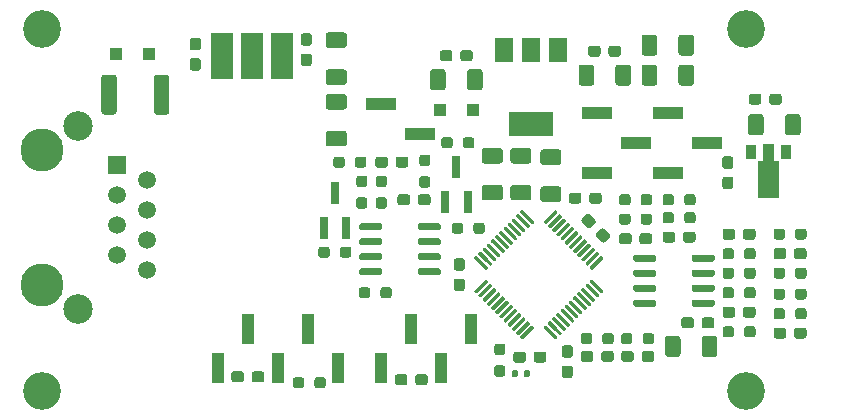
<source format=gts>
G04 #@! TF.GenerationSoftware,KiCad,Pcbnew,5.1.9*
G04 #@! TF.CreationDate,2021-04-12T05:07:17-03:00*
G04 #@! TF.ProjectId,Controle,436f6e74-726f-46c6-952e-6b696361645f,rev?*
G04 #@! TF.SameCoordinates,Original*
G04 #@! TF.FileFunction,Soldermask,Top*
G04 #@! TF.FilePolarity,Negative*
%FSLAX46Y46*%
G04 Gerber Fmt 4.6, Leading zero omitted, Abs format (unit mm)*
G04 Created by KiCad (PCBNEW 5.1.9) date 2021-04-12 05:07:17*
%MOMM*%
%LPD*%
G01*
G04 APERTURE LIST*
%ADD10C,3.200000*%
%ADD11R,2.510000X1.000000*%
%ADD12R,0.800000X1.900000*%
%ADD13C,0.150000*%
%ADD14R,0.900000X1.300000*%
%ADD15R,1.000000X2.510000*%
%ADD16R,1.100000X1.100000*%
%ADD17R,1.905000X4.000000*%
%ADD18R,3.800000X2.000000*%
%ADD19R,1.500000X2.000000*%
%ADD20C,3.650000*%
%ADD21R,1.500000X1.500000*%
%ADD22C,1.500000*%
%ADD23C,2.500000*%
G04 APERTURE END LIST*
D10*
X128436400Y-85794000D03*
X128423320Y-55143340D03*
G36*
G01*
X160609500Y-65778000D02*
X161084500Y-65778000D01*
G75*
G02*
X161322000Y-66015500I0J-237500D01*
G01*
X161322000Y-66515500D01*
G75*
G02*
X161084500Y-66753000I-237500J0D01*
G01*
X160609500Y-66753000D01*
G75*
G02*
X160372000Y-66515500I0J237500D01*
G01*
X160372000Y-66015500D01*
G75*
G02*
X160609500Y-65778000I237500J0D01*
G01*
G37*
G36*
G01*
X160609500Y-67603000D02*
X161084500Y-67603000D01*
G75*
G02*
X161322000Y-67840500I0J-237500D01*
G01*
X161322000Y-68340500D01*
G75*
G02*
X161084500Y-68578000I-237500J0D01*
G01*
X160609500Y-68578000D01*
G75*
G02*
X160372000Y-68340500I0J237500D01*
G01*
X160372000Y-67840500D01*
G75*
G02*
X160609500Y-67603000I237500J0D01*
G01*
G37*
D11*
X160470000Y-64003000D03*
X157160000Y-61463000D03*
G36*
G01*
X164105000Y-71766500D02*
X164105000Y-72241500D01*
G75*
G02*
X163867500Y-72479000I-237500J0D01*
G01*
X163367500Y-72479000D01*
G75*
G02*
X163130000Y-72241500I0J237500D01*
G01*
X163130000Y-71766500D01*
G75*
G02*
X163367500Y-71529000I237500J0D01*
G01*
X163867500Y-71529000D01*
G75*
G02*
X164105000Y-71766500I0J-237500D01*
G01*
G37*
G36*
G01*
X165930000Y-71766500D02*
X165930000Y-72241500D01*
G75*
G02*
X165692500Y-72479000I-237500J0D01*
G01*
X165192500Y-72479000D01*
G75*
G02*
X164955000Y-72241500I0J237500D01*
G01*
X164955000Y-71766500D01*
G75*
G02*
X165192500Y-71529000I237500J0D01*
G01*
X165692500Y-71529000D01*
G75*
G02*
X165930000Y-71766500I0J-237500D01*
G01*
G37*
G36*
G01*
X163216000Y-64527500D02*
X163216000Y-65002500D01*
G75*
G02*
X162978500Y-65240000I-237500J0D01*
G01*
X162478500Y-65240000D01*
G75*
G02*
X162241000Y-65002500I0J237500D01*
G01*
X162241000Y-64527500D01*
G75*
G02*
X162478500Y-64290000I237500J0D01*
G01*
X162978500Y-64290000D01*
G75*
G02*
X163216000Y-64527500I0J-237500D01*
G01*
G37*
G36*
G01*
X165041000Y-64527500D02*
X165041000Y-65002500D01*
G75*
G02*
X164803500Y-65240000I-237500J0D01*
G01*
X164303500Y-65240000D01*
G75*
G02*
X164066000Y-65002500I0J237500D01*
G01*
X164066000Y-64527500D01*
G75*
G02*
X164303500Y-64290000I237500J0D01*
G01*
X164803500Y-64290000D01*
G75*
G02*
X165041000Y-64527500I0J-237500D01*
G01*
G37*
D12*
X163514000Y-66821000D03*
X164464000Y-69821000D03*
X162564000Y-69821000D03*
D10*
X188012920Y-55119980D03*
G36*
G01*
X180521000Y-58399999D02*
X180521000Y-59700001D01*
G75*
G02*
X180271001Y-59950000I-249999J0D01*
G01*
X179445999Y-59950000D01*
G75*
G02*
X179196000Y-59700001I0J249999D01*
G01*
X179196000Y-58399999D01*
G75*
G02*
X179445999Y-58150000I249999J0D01*
G01*
X180271001Y-58150000D01*
G75*
G02*
X180521000Y-58399999I0J-249999D01*
G01*
G37*
G36*
G01*
X183646000Y-58399999D02*
X183646000Y-59700001D01*
G75*
G02*
X183396001Y-59950000I-249999J0D01*
G01*
X182570999Y-59950000D01*
G75*
G02*
X182321000Y-59700001I0J249999D01*
G01*
X182321000Y-58399999D01*
G75*
G02*
X182570999Y-58150000I249999J0D01*
G01*
X183396001Y-58150000D01*
G75*
G02*
X183646000Y-58399999I0J-249999D01*
G01*
G37*
G36*
G01*
X167212001Y-66532000D02*
X165911999Y-66532000D01*
G75*
G02*
X165662000Y-66282001I0J249999D01*
G01*
X165662000Y-65456999D01*
G75*
G02*
X165911999Y-65207000I249999J0D01*
G01*
X167212001Y-65207000D01*
G75*
G02*
X167462000Y-65456999I0J-249999D01*
G01*
X167462000Y-66282001D01*
G75*
G02*
X167212001Y-66532000I-249999J0D01*
G01*
G37*
G36*
G01*
X167212001Y-69657000D02*
X165911999Y-69657000D01*
G75*
G02*
X165662000Y-69407001I0J249999D01*
G01*
X165662000Y-68581999D01*
G75*
G02*
X165911999Y-68332000I249999J0D01*
G01*
X167212001Y-68332000D01*
G75*
G02*
X167462000Y-68581999I0J-249999D01*
G01*
X167462000Y-69407001D01*
G75*
G02*
X167212001Y-69657000I-249999J0D01*
G01*
G37*
G36*
G01*
X169625001Y-66532000D02*
X168324999Y-66532000D01*
G75*
G02*
X168075000Y-66282001I0J249999D01*
G01*
X168075000Y-65456999D01*
G75*
G02*
X168324999Y-65207000I249999J0D01*
G01*
X169625001Y-65207000D01*
G75*
G02*
X169875000Y-65456999I0J-249999D01*
G01*
X169875000Y-66282001D01*
G75*
G02*
X169625001Y-66532000I-249999J0D01*
G01*
G37*
G36*
G01*
X169625001Y-69657000D02*
X168324999Y-69657000D01*
G75*
G02*
X168075000Y-69407001I0J249999D01*
G01*
X168075000Y-68581999D01*
G75*
G02*
X168324999Y-68332000I249999J0D01*
G01*
X169625001Y-68332000D01*
G75*
G02*
X169875000Y-68581999I0J-249999D01*
G01*
X169875000Y-69407001D01*
G75*
G02*
X169625001Y-69657000I-249999J0D01*
G01*
G37*
G36*
G01*
X182502200Y-81361599D02*
X182502200Y-82661601D01*
G75*
G02*
X182252201Y-82911600I-249999J0D01*
G01*
X181427199Y-82911600D01*
G75*
G02*
X181177200Y-82661601I0J249999D01*
G01*
X181177200Y-81361599D01*
G75*
G02*
X181427199Y-81111600I249999J0D01*
G01*
X182252201Y-81111600D01*
G75*
G02*
X182502200Y-81361599I0J-249999D01*
G01*
G37*
G36*
G01*
X185627200Y-81361599D02*
X185627200Y-82661601D01*
G75*
G02*
X185377201Y-82911600I-249999J0D01*
G01*
X184552199Y-82911600D01*
G75*
G02*
X184302200Y-82661601I0J249999D01*
G01*
X184302200Y-81361599D01*
G75*
G02*
X184552199Y-81111600I249999J0D01*
G01*
X185377201Y-81111600D01*
G75*
G02*
X185627200Y-81361599I0J-249999D01*
G01*
G37*
G36*
G01*
X170864999Y-68459000D02*
X172165001Y-68459000D01*
G75*
G02*
X172415000Y-68708999I0J-249999D01*
G01*
X172415000Y-69534001D01*
G75*
G02*
X172165001Y-69784000I-249999J0D01*
G01*
X170864999Y-69784000D01*
G75*
G02*
X170615000Y-69534001I0J249999D01*
G01*
X170615000Y-68708999D01*
G75*
G02*
X170864999Y-68459000I249999J0D01*
G01*
G37*
G36*
G01*
X170864999Y-65334000D02*
X172165001Y-65334000D01*
G75*
G02*
X172415000Y-65583999I0J-249999D01*
G01*
X172415000Y-66409001D01*
G75*
G02*
X172165001Y-66659000I-249999J0D01*
G01*
X170864999Y-66659000D01*
G75*
G02*
X170615000Y-66409001I0J249999D01*
G01*
X170615000Y-65583999D01*
G75*
G02*
X170864999Y-65334000I249999J0D01*
G01*
G37*
G36*
G01*
X152703999Y-63760000D02*
X154004001Y-63760000D01*
G75*
G02*
X154254000Y-64009999I0J-249999D01*
G01*
X154254000Y-64835001D01*
G75*
G02*
X154004001Y-65085000I-249999J0D01*
G01*
X152703999Y-65085000D01*
G75*
G02*
X152454000Y-64835001I0J249999D01*
G01*
X152454000Y-64009999D01*
G75*
G02*
X152703999Y-63760000I249999J0D01*
G01*
G37*
G36*
G01*
X152703999Y-60635000D02*
X154004001Y-60635000D01*
G75*
G02*
X154254000Y-60884999I0J-249999D01*
G01*
X154254000Y-61710001D01*
G75*
G02*
X154004001Y-61960000I-249999J0D01*
G01*
X152703999Y-61960000D01*
G75*
G02*
X152454000Y-61710001I0J249999D01*
G01*
X152454000Y-60884999D01*
G75*
G02*
X152703999Y-60635000I249999J0D01*
G01*
G37*
G36*
G01*
X154004001Y-56753000D02*
X152703999Y-56753000D01*
G75*
G02*
X152454000Y-56503001I0J249999D01*
G01*
X152454000Y-55677999D01*
G75*
G02*
X152703999Y-55428000I249999J0D01*
G01*
X154004001Y-55428000D01*
G75*
G02*
X154254000Y-55677999I0J-249999D01*
G01*
X154254000Y-56503001D01*
G75*
G02*
X154004001Y-56753000I-249999J0D01*
G01*
G37*
G36*
G01*
X154004001Y-59878000D02*
X152703999Y-59878000D01*
G75*
G02*
X152454000Y-59628001I0J249999D01*
G01*
X152454000Y-58802999D01*
G75*
G02*
X152703999Y-58553000I249999J0D01*
G01*
X154004001Y-58553000D01*
G75*
G02*
X154254000Y-58802999I0J-249999D01*
G01*
X154254000Y-59628001D01*
G75*
G02*
X154004001Y-59878000I-249999J0D01*
G01*
G37*
G36*
G01*
X162614000Y-58780999D02*
X162614000Y-60081001D01*
G75*
G02*
X162364001Y-60331000I-249999J0D01*
G01*
X161538999Y-60331000D01*
G75*
G02*
X161289000Y-60081001I0J249999D01*
G01*
X161289000Y-58780999D01*
G75*
G02*
X161538999Y-58531000I249999J0D01*
G01*
X162364001Y-58531000D01*
G75*
G02*
X162614000Y-58780999I0J-249999D01*
G01*
G37*
G36*
G01*
X165739000Y-58780999D02*
X165739000Y-60081001D01*
G75*
G02*
X165489001Y-60331000I-249999J0D01*
G01*
X164663999Y-60331000D01*
G75*
G02*
X164414000Y-60081001I0J249999D01*
G01*
X164414000Y-58780999D01*
G75*
G02*
X164663999Y-58531000I249999J0D01*
G01*
X165489001Y-58531000D01*
G75*
G02*
X165739000Y-58780999I0J-249999D01*
G01*
G37*
G36*
G01*
X175187000Y-58399999D02*
X175187000Y-59700001D01*
G75*
G02*
X174937001Y-59950000I-249999J0D01*
G01*
X174111999Y-59950000D01*
G75*
G02*
X173862000Y-59700001I0J249999D01*
G01*
X173862000Y-58399999D01*
G75*
G02*
X174111999Y-58150000I249999J0D01*
G01*
X174937001Y-58150000D01*
G75*
G02*
X175187000Y-58399999I0J-249999D01*
G01*
G37*
G36*
G01*
X178312000Y-58399999D02*
X178312000Y-59700001D01*
G75*
G02*
X178062001Y-59950000I-249999J0D01*
G01*
X177236999Y-59950000D01*
G75*
G02*
X176987000Y-59700001I0J249999D01*
G01*
X176987000Y-58399999D01*
G75*
G02*
X177236999Y-58150000I249999J0D01*
G01*
X178062001Y-58150000D01*
G75*
G02*
X178312000Y-58399999I0J-249999D01*
G01*
G37*
G36*
G01*
X189538000Y-62590999D02*
X189538000Y-63891001D01*
G75*
G02*
X189288001Y-64141000I-249999J0D01*
G01*
X188462999Y-64141000D01*
G75*
G02*
X188213000Y-63891001I0J249999D01*
G01*
X188213000Y-62590999D01*
G75*
G02*
X188462999Y-62341000I249999J0D01*
G01*
X189288001Y-62341000D01*
G75*
G02*
X189538000Y-62590999I0J-249999D01*
G01*
G37*
G36*
G01*
X192663000Y-62590999D02*
X192663000Y-63891001D01*
G75*
G02*
X192413001Y-64141000I-249999J0D01*
G01*
X191587999Y-64141000D01*
G75*
G02*
X191338000Y-63891001I0J249999D01*
G01*
X191338000Y-62590999D01*
G75*
G02*
X191587999Y-62341000I249999J0D01*
G01*
X192413001Y-62341000D01*
G75*
G02*
X192663000Y-62590999I0J-249999D01*
G01*
G37*
G36*
G01*
X180521000Y-55859999D02*
X180521000Y-57160001D01*
G75*
G02*
X180271001Y-57410000I-249999J0D01*
G01*
X179445999Y-57410000D01*
G75*
G02*
X179196000Y-57160001I0J249999D01*
G01*
X179196000Y-55859999D01*
G75*
G02*
X179445999Y-55610000I249999J0D01*
G01*
X180271001Y-55610000D01*
G75*
G02*
X180521000Y-55859999I0J-249999D01*
G01*
G37*
G36*
G01*
X183646000Y-55859999D02*
X183646000Y-57160001D01*
G75*
G02*
X183396001Y-57410000I-249999J0D01*
G01*
X182570999Y-57410000D01*
G75*
G02*
X182321000Y-57160001I0J249999D01*
G01*
X182321000Y-55859999D01*
G75*
G02*
X182570999Y-55610000I249999J0D01*
G01*
X183396001Y-55610000D01*
G75*
G02*
X183646000Y-55859999I0J-249999D01*
G01*
G37*
D13*
G36*
X189063500Y-69478000D02*
G01*
X189063500Y-66353000D01*
X189480000Y-66353000D01*
X189480000Y-64878000D01*
X190380000Y-64878000D01*
X190380000Y-66353000D01*
X190796500Y-66353000D01*
X190796500Y-69478000D01*
X189063500Y-69478000D01*
G37*
D14*
X188430000Y-65528000D03*
X191430000Y-65528000D03*
D15*
X143321000Y-83819000D03*
X148401000Y-83819000D03*
X153481000Y-83819000D03*
X145861000Y-80509000D03*
X150941000Y-80509000D03*
D16*
X162114000Y-61971000D03*
X164914000Y-61971000D03*
G36*
G01*
X134761000Y-59251000D02*
X134761000Y-62151000D01*
G75*
G02*
X134511000Y-62401000I-250000J0D01*
G01*
X133711000Y-62401000D01*
G75*
G02*
X133461000Y-62151000I0J250000D01*
G01*
X133461000Y-59251000D01*
G75*
G02*
X133711000Y-59001000I250000J0D01*
G01*
X134511000Y-59001000D01*
G75*
G02*
X134761000Y-59251000I0J-250000D01*
G01*
G37*
G36*
G01*
X139211000Y-59251000D02*
X139211000Y-62151000D01*
G75*
G02*
X138961000Y-62401000I-250000J0D01*
G01*
X138161000Y-62401000D01*
G75*
G02*
X137911000Y-62151000I0J250000D01*
G01*
X137911000Y-59251000D01*
G75*
G02*
X138161000Y-59001000I250000J0D01*
G01*
X138961000Y-59001000D01*
G75*
G02*
X139211000Y-59251000I0J-250000D01*
G01*
G37*
D10*
X188025000Y-85769980D03*
G36*
G01*
X180429000Y-78204000D02*
X180429000Y-78504000D01*
G75*
G02*
X180279000Y-78654000I-150000J0D01*
G01*
X178629000Y-78654000D01*
G75*
G02*
X178479000Y-78504000I0J150000D01*
G01*
X178479000Y-78204000D01*
G75*
G02*
X178629000Y-78054000I150000J0D01*
G01*
X180279000Y-78054000D01*
G75*
G02*
X180429000Y-78204000I0J-150000D01*
G01*
G37*
G36*
G01*
X180429000Y-76934000D02*
X180429000Y-77234000D01*
G75*
G02*
X180279000Y-77384000I-150000J0D01*
G01*
X178629000Y-77384000D01*
G75*
G02*
X178479000Y-77234000I0J150000D01*
G01*
X178479000Y-76934000D01*
G75*
G02*
X178629000Y-76784000I150000J0D01*
G01*
X180279000Y-76784000D01*
G75*
G02*
X180429000Y-76934000I0J-150000D01*
G01*
G37*
G36*
G01*
X180429000Y-75664000D02*
X180429000Y-75964000D01*
G75*
G02*
X180279000Y-76114000I-150000J0D01*
G01*
X178629000Y-76114000D01*
G75*
G02*
X178479000Y-75964000I0J150000D01*
G01*
X178479000Y-75664000D01*
G75*
G02*
X178629000Y-75514000I150000J0D01*
G01*
X180279000Y-75514000D01*
G75*
G02*
X180429000Y-75664000I0J-150000D01*
G01*
G37*
G36*
G01*
X180429000Y-74394000D02*
X180429000Y-74694000D01*
G75*
G02*
X180279000Y-74844000I-150000J0D01*
G01*
X178629000Y-74844000D01*
G75*
G02*
X178479000Y-74694000I0J150000D01*
G01*
X178479000Y-74394000D01*
G75*
G02*
X178629000Y-74244000I150000J0D01*
G01*
X180279000Y-74244000D01*
G75*
G02*
X180429000Y-74394000I0J-150000D01*
G01*
G37*
G36*
G01*
X185379000Y-74394000D02*
X185379000Y-74694000D01*
G75*
G02*
X185229000Y-74844000I-150000J0D01*
G01*
X183579000Y-74844000D01*
G75*
G02*
X183429000Y-74694000I0J150000D01*
G01*
X183429000Y-74394000D01*
G75*
G02*
X183579000Y-74244000I150000J0D01*
G01*
X185229000Y-74244000D01*
G75*
G02*
X185379000Y-74394000I0J-150000D01*
G01*
G37*
G36*
G01*
X185379000Y-75664000D02*
X185379000Y-75964000D01*
G75*
G02*
X185229000Y-76114000I-150000J0D01*
G01*
X183579000Y-76114000D01*
G75*
G02*
X183429000Y-75964000I0J150000D01*
G01*
X183429000Y-75664000D01*
G75*
G02*
X183579000Y-75514000I150000J0D01*
G01*
X185229000Y-75514000D01*
G75*
G02*
X185379000Y-75664000I0J-150000D01*
G01*
G37*
G36*
G01*
X185379000Y-76934000D02*
X185379000Y-77234000D01*
G75*
G02*
X185229000Y-77384000I-150000J0D01*
G01*
X183579000Y-77384000D01*
G75*
G02*
X183429000Y-77234000I0J150000D01*
G01*
X183429000Y-76934000D01*
G75*
G02*
X183579000Y-76784000I150000J0D01*
G01*
X185229000Y-76784000D01*
G75*
G02*
X185379000Y-76934000I0J-150000D01*
G01*
G37*
G36*
G01*
X185379000Y-78204000D02*
X185379000Y-78504000D01*
G75*
G02*
X185229000Y-78654000I-150000J0D01*
G01*
X183579000Y-78654000D01*
G75*
G02*
X183429000Y-78504000I0J150000D01*
G01*
X183429000Y-78204000D01*
G75*
G02*
X183579000Y-78054000I150000J0D01*
G01*
X185229000Y-78054000D01*
G75*
G02*
X185379000Y-78204000I0J-150000D01*
G01*
G37*
G36*
G01*
X175097000Y-82623500D02*
X175097000Y-83098500D01*
G75*
G02*
X174859500Y-83336000I-237500J0D01*
G01*
X174284500Y-83336000D01*
G75*
G02*
X174047000Y-83098500I0J237500D01*
G01*
X174047000Y-82623500D01*
G75*
G02*
X174284500Y-82386000I237500J0D01*
G01*
X174859500Y-82386000D01*
G75*
G02*
X175097000Y-82623500I0J-237500D01*
G01*
G37*
G36*
G01*
X176847000Y-82623500D02*
X176847000Y-83098500D01*
G75*
G02*
X176609500Y-83336000I-237500J0D01*
G01*
X176034500Y-83336000D01*
G75*
G02*
X175797000Y-83098500I0J237500D01*
G01*
X175797000Y-82623500D01*
G75*
G02*
X176034500Y-82386000I237500J0D01*
G01*
X176609500Y-82386000D01*
G75*
G02*
X176847000Y-82623500I0J-237500D01*
G01*
G37*
G36*
G01*
X175872000Y-81588700D02*
X175872000Y-81113700D01*
G75*
G02*
X176109500Y-80876200I237500J0D01*
G01*
X176609500Y-80876200D01*
G75*
G02*
X176847000Y-81113700I0J-237500D01*
G01*
X176847000Y-81588700D01*
G75*
G02*
X176609500Y-81826200I-237500J0D01*
G01*
X176109500Y-81826200D01*
G75*
G02*
X175872000Y-81588700I0J237500D01*
G01*
G37*
G36*
G01*
X174047000Y-81588700D02*
X174047000Y-81113700D01*
G75*
G02*
X174284500Y-80876200I237500J0D01*
G01*
X174784500Y-80876200D01*
G75*
G02*
X175022000Y-81113700I0J-237500D01*
G01*
X175022000Y-81588700D01*
G75*
G02*
X174784500Y-81826200I-237500J0D01*
G01*
X174284500Y-81826200D01*
G75*
G02*
X174047000Y-81588700I0J237500D01*
G01*
G37*
G36*
G01*
X170074736Y-80466484D02*
X169137820Y-81403400D01*
G75*
G02*
X169031754Y-81403400I-53033J53033D01*
G01*
X168925688Y-81297334D01*
G75*
G02*
X168925688Y-81191268I53033J53033D01*
G01*
X169862604Y-80254352D01*
G75*
G02*
X169968670Y-80254352I53033J-53033D01*
G01*
X170074736Y-80360418D01*
G75*
G02*
X170074736Y-80466484I-53033J-53033D01*
G01*
G37*
G36*
G01*
X169721182Y-80112930D02*
X168784266Y-81049846D01*
G75*
G02*
X168678200Y-81049846I-53033J53033D01*
G01*
X168572134Y-80943780D01*
G75*
G02*
X168572134Y-80837714I53033J53033D01*
G01*
X169509050Y-79900798D01*
G75*
G02*
X169615116Y-79900798I53033J-53033D01*
G01*
X169721182Y-80006864D01*
G75*
G02*
X169721182Y-80112930I-53033J-53033D01*
G01*
G37*
G36*
G01*
X169367629Y-79759377D02*
X168430713Y-80696293D01*
G75*
G02*
X168324647Y-80696293I-53033J53033D01*
G01*
X168218581Y-80590227D01*
G75*
G02*
X168218581Y-80484161I53033J53033D01*
G01*
X169155497Y-79547245D01*
G75*
G02*
X169261563Y-79547245I53033J-53033D01*
G01*
X169367629Y-79653311D01*
G75*
G02*
X169367629Y-79759377I-53033J-53033D01*
G01*
G37*
G36*
G01*
X169014075Y-79405823D02*
X168077159Y-80342739D01*
G75*
G02*
X167971093Y-80342739I-53033J53033D01*
G01*
X167865027Y-80236673D01*
G75*
G02*
X167865027Y-80130607I53033J53033D01*
G01*
X168801943Y-79193691D01*
G75*
G02*
X168908009Y-79193691I53033J-53033D01*
G01*
X169014075Y-79299757D01*
G75*
G02*
X169014075Y-79405823I-53033J-53033D01*
G01*
G37*
G36*
G01*
X168660522Y-79052270D02*
X167723606Y-79989186D01*
G75*
G02*
X167617540Y-79989186I-53033J53033D01*
G01*
X167511474Y-79883120D01*
G75*
G02*
X167511474Y-79777054I53033J53033D01*
G01*
X168448390Y-78840138D01*
G75*
G02*
X168554456Y-78840138I53033J-53033D01*
G01*
X168660522Y-78946204D01*
G75*
G02*
X168660522Y-79052270I-53033J-53033D01*
G01*
G37*
G36*
G01*
X168306969Y-78698717D02*
X167370053Y-79635633D01*
G75*
G02*
X167263987Y-79635633I-53033J53033D01*
G01*
X167157921Y-79529567D01*
G75*
G02*
X167157921Y-79423501I53033J53033D01*
G01*
X168094837Y-78486585D01*
G75*
G02*
X168200903Y-78486585I53033J-53033D01*
G01*
X168306969Y-78592651D01*
G75*
G02*
X168306969Y-78698717I-53033J-53033D01*
G01*
G37*
G36*
G01*
X167953415Y-78345163D02*
X167016499Y-79282079D01*
G75*
G02*
X166910433Y-79282079I-53033J53033D01*
G01*
X166804367Y-79176013D01*
G75*
G02*
X166804367Y-79069947I53033J53033D01*
G01*
X167741283Y-78133031D01*
G75*
G02*
X167847349Y-78133031I53033J-53033D01*
G01*
X167953415Y-78239097D01*
G75*
G02*
X167953415Y-78345163I-53033J-53033D01*
G01*
G37*
G36*
G01*
X167599862Y-77991610D02*
X166662946Y-78928526D01*
G75*
G02*
X166556880Y-78928526I-53033J53033D01*
G01*
X166450814Y-78822460D01*
G75*
G02*
X166450814Y-78716394I53033J53033D01*
G01*
X167387730Y-77779478D01*
G75*
G02*
X167493796Y-77779478I53033J-53033D01*
G01*
X167599862Y-77885544D01*
G75*
G02*
X167599862Y-77991610I-53033J-53033D01*
G01*
G37*
G36*
G01*
X167246309Y-77638057D02*
X166309393Y-78574973D01*
G75*
G02*
X166203327Y-78574973I-53033J53033D01*
G01*
X166097261Y-78468907D01*
G75*
G02*
X166097261Y-78362841I53033J53033D01*
G01*
X167034177Y-77425925D01*
G75*
G02*
X167140243Y-77425925I53033J-53033D01*
G01*
X167246309Y-77531991D01*
G75*
G02*
X167246309Y-77638057I-53033J-53033D01*
G01*
G37*
G36*
G01*
X166892755Y-77284503D02*
X165955839Y-78221419D01*
G75*
G02*
X165849773Y-78221419I-53033J53033D01*
G01*
X165743707Y-78115353D01*
G75*
G02*
X165743707Y-78009287I53033J53033D01*
G01*
X166680623Y-77072371D01*
G75*
G02*
X166786689Y-77072371I53033J-53033D01*
G01*
X166892755Y-77178437D01*
G75*
G02*
X166892755Y-77284503I-53033J-53033D01*
G01*
G37*
G36*
G01*
X166539202Y-76930950D02*
X165602286Y-77867866D01*
G75*
G02*
X165496220Y-77867866I-53033J53033D01*
G01*
X165390154Y-77761800D01*
G75*
G02*
X165390154Y-77655734I53033J53033D01*
G01*
X166327070Y-76718818D01*
G75*
G02*
X166433136Y-76718818I53033J-53033D01*
G01*
X166539202Y-76824884D01*
G75*
G02*
X166539202Y-76930950I-53033J-53033D01*
G01*
G37*
G36*
G01*
X166185648Y-76577396D02*
X165248732Y-77514312D01*
G75*
G02*
X165142666Y-77514312I-53033J53033D01*
G01*
X165036600Y-77408246D01*
G75*
G02*
X165036600Y-77302180I53033J53033D01*
G01*
X165973516Y-76365264D01*
G75*
G02*
X166079582Y-76365264I53033J-53033D01*
G01*
X166185648Y-76471330D01*
G75*
G02*
X166185648Y-76577396I-53033J-53033D01*
G01*
G37*
G36*
G01*
X166185648Y-75410670D02*
X166079582Y-75516736D01*
G75*
G02*
X165973516Y-75516736I-53033J53033D01*
G01*
X165036600Y-74579820D01*
G75*
G02*
X165036600Y-74473754I53033J53033D01*
G01*
X165142666Y-74367688D01*
G75*
G02*
X165248732Y-74367688I53033J-53033D01*
G01*
X166185648Y-75304604D01*
G75*
G02*
X166185648Y-75410670I-53033J-53033D01*
G01*
G37*
G36*
G01*
X166539202Y-75057116D02*
X166433136Y-75163182D01*
G75*
G02*
X166327070Y-75163182I-53033J53033D01*
G01*
X165390154Y-74226266D01*
G75*
G02*
X165390154Y-74120200I53033J53033D01*
G01*
X165496220Y-74014134D01*
G75*
G02*
X165602286Y-74014134I53033J-53033D01*
G01*
X166539202Y-74951050D01*
G75*
G02*
X166539202Y-75057116I-53033J-53033D01*
G01*
G37*
G36*
G01*
X166892755Y-74703563D02*
X166786689Y-74809629D01*
G75*
G02*
X166680623Y-74809629I-53033J53033D01*
G01*
X165743707Y-73872713D01*
G75*
G02*
X165743707Y-73766647I53033J53033D01*
G01*
X165849773Y-73660581D01*
G75*
G02*
X165955839Y-73660581I53033J-53033D01*
G01*
X166892755Y-74597497D01*
G75*
G02*
X166892755Y-74703563I-53033J-53033D01*
G01*
G37*
G36*
G01*
X167246309Y-74350009D02*
X167140243Y-74456075D01*
G75*
G02*
X167034177Y-74456075I-53033J53033D01*
G01*
X166097261Y-73519159D01*
G75*
G02*
X166097261Y-73413093I53033J53033D01*
G01*
X166203327Y-73307027D01*
G75*
G02*
X166309393Y-73307027I53033J-53033D01*
G01*
X167246309Y-74243943D01*
G75*
G02*
X167246309Y-74350009I-53033J-53033D01*
G01*
G37*
G36*
G01*
X167599862Y-73996456D02*
X167493796Y-74102522D01*
G75*
G02*
X167387730Y-74102522I-53033J53033D01*
G01*
X166450814Y-73165606D01*
G75*
G02*
X166450814Y-73059540I53033J53033D01*
G01*
X166556880Y-72953474D01*
G75*
G02*
X166662946Y-72953474I53033J-53033D01*
G01*
X167599862Y-73890390D01*
G75*
G02*
X167599862Y-73996456I-53033J-53033D01*
G01*
G37*
G36*
G01*
X167953415Y-73642903D02*
X167847349Y-73748969D01*
G75*
G02*
X167741283Y-73748969I-53033J53033D01*
G01*
X166804367Y-72812053D01*
G75*
G02*
X166804367Y-72705987I53033J53033D01*
G01*
X166910433Y-72599921D01*
G75*
G02*
X167016499Y-72599921I53033J-53033D01*
G01*
X167953415Y-73536837D01*
G75*
G02*
X167953415Y-73642903I-53033J-53033D01*
G01*
G37*
G36*
G01*
X168306969Y-73289349D02*
X168200903Y-73395415D01*
G75*
G02*
X168094837Y-73395415I-53033J53033D01*
G01*
X167157921Y-72458499D01*
G75*
G02*
X167157921Y-72352433I53033J53033D01*
G01*
X167263987Y-72246367D01*
G75*
G02*
X167370053Y-72246367I53033J-53033D01*
G01*
X168306969Y-73183283D01*
G75*
G02*
X168306969Y-73289349I-53033J-53033D01*
G01*
G37*
G36*
G01*
X168660522Y-72935796D02*
X168554456Y-73041862D01*
G75*
G02*
X168448390Y-73041862I-53033J53033D01*
G01*
X167511474Y-72104946D01*
G75*
G02*
X167511474Y-71998880I53033J53033D01*
G01*
X167617540Y-71892814D01*
G75*
G02*
X167723606Y-71892814I53033J-53033D01*
G01*
X168660522Y-72829730D01*
G75*
G02*
X168660522Y-72935796I-53033J-53033D01*
G01*
G37*
G36*
G01*
X169014075Y-72582243D02*
X168908009Y-72688309D01*
G75*
G02*
X168801943Y-72688309I-53033J53033D01*
G01*
X167865027Y-71751393D01*
G75*
G02*
X167865027Y-71645327I53033J53033D01*
G01*
X167971093Y-71539261D01*
G75*
G02*
X168077159Y-71539261I53033J-53033D01*
G01*
X169014075Y-72476177D01*
G75*
G02*
X169014075Y-72582243I-53033J-53033D01*
G01*
G37*
G36*
G01*
X169367629Y-72228689D02*
X169261563Y-72334755D01*
G75*
G02*
X169155497Y-72334755I-53033J53033D01*
G01*
X168218581Y-71397839D01*
G75*
G02*
X168218581Y-71291773I53033J53033D01*
G01*
X168324647Y-71185707D01*
G75*
G02*
X168430713Y-71185707I53033J-53033D01*
G01*
X169367629Y-72122623D01*
G75*
G02*
X169367629Y-72228689I-53033J-53033D01*
G01*
G37*
G36*
G01*
X169721182Y-71875136D02*
X169615116Y-71981202D01*
G75*
G02*
X169509050Y-71981202I-53033J53033D01*
G01*
X168572134Y-71044286D01*
G75*
G02*
X168572134Y-70938220I53033J53033D01*
G01*
X168678200Y-70832154D01*
G75*
G02*
X168784266Y-70832154I53033J-53033D01*
G01*
X169721182Y-71769070D01*
G75*
G02*
X169721182Y-71875136I-53033J-53033D01*
G01*
G37*
G36*
G01*
X170074736Y-71521582D02*
X169968670Y-71627648D01*
G75*
G02*
X169862604Y-71627648I-53033J53033D01*
G01*
X168925688Y-70690732D01*
G75*
G02*
X168925688Y-70584666I53033J53033D01*
G01*
X169031754Y-70478600D01*
G75*
G02*
X169137820Y-70478600I53033J-53033D01*
G01*
X170074736Y-71415516D01*
G75*
G02*
X170074736Y-71521582I-53033J-53033D01*
G01*
G37*
G36*
G01*
X172072312Y-70690732D02*
X171135396Y-71627648D01*
G75*
G02*
X171029330Y-71627648I-53033J53033D01*
G01*
X170923264Y-71521582D01*
G75*
G02*
X170923264Y-71415516I53033J53033D01*
G01*
X171860180Y-70478600D01*
G75*
G02*
X171966246Y-70478600I53033J-53033D01*
G01*
X172072312Y-70584666D01*
G75*
G02*
X172072312Y-70690732I-53033J-53033D01*
G01*
G37*
G36*
G01*
X172425866Y-71044286D02*
X171488950Y-71981202D01*
G75*
G02*
X171382884Y-71981202I-53033J53033D01*
G01*
X171276818Y-71875136D01*
G75*
G02*
X171276818Y-71769070I53033J53033D01*
G01*
X172213734Y-70832154D01*
G75*
G02*
X172319800Y-70832154I53033J-53033D01*
G01*
X172425866Y-70938220D01*
G75*
G02*
X172425866Y-71044286I-53033J-53033D01*
G01*
G37*
G36*
G01*
X172779419Y-71397839D02*
X171842503Y-72334755D01*
G75*
G02*
X171736437Y-72334755I-53033J53033D01*
G01*
X171630371Y-72228689D01*
G75*
G02*
X171630371Y-72122623I53033J53033D01*
G01*
X172567287Y-71185707D01*
G75*
G02*
X172673353Y-71185707I53033J-53033D01*
G01*
X172779419Y-71291773D01*
G75*
G02*
X172779419Y-71397839I-53033J-53033D01*
G01*
G37*
G36*
G01*
X173132973Y-71751393D02*
X172196057Y-72688309D01*
G75*
G02*
X172089991Y-72688309I-53033J53033D01*
G01*
X171983925Y-72582243D01*
G75*
G02*
X171983925Y-72476177I53033J53033D01*
G01*
X172920841Y-71539261D01*
G75*
G02*
X173026907Y-71539261I53033J-53033D01*
G01*
X173132973Y-71645327D01*
G75*
G02*
X173132973Y-71751393I-53033J-53033D01*
G01*
G37*
G36*
G01*
X173486526Y-72104946D02*
X172549610Y-73041862D01*
G75*
G02*
X172443544Y-73041862I-53033J53033D01*
G01*
X172337478Y-72935796D01*
G75*
G02*
X172337478Y-72829730I53033J53033D01*
G01*
X173274394Y-71892814D01*
G75*
G02*
X173380460Y-71892814I53033J-53033D01*
G01*
X173486526Y-71998880D01*
G75*
G02*
X173486526Y-72104946I-53033J-53033D01*
G01*
G37*
G36*
G01*
X173840079Y-72458499D02*
X172903163Y-73395415D01*
G75*
G02*
X172797097Y-73395415I-53033J53033D01*
G01*
X172691031Y-73289349D01*
G75*
G02*
X172691031Y-73183283I53033J53033D01*
G01*
X173627947Y-72246367D01*
G75*
G02*
X173734013Y-72246367I53033J-53033D01*
G01*
X173840079Y-72352433D01*
G75*
G02*
X173840079Y-72458499I-53033J-53033D01*
G01*
G37*
G36*
G01*
X174193633Y-72812053D02*
X173256717Y-73748969D01*
G75*
G02*
X173150651Y-73748969I-53033J53033D01*
G01*
X173044585Y-73642903D01*
G75*
G02*
X173044585Y-73536837I53033J53033D01*
G01*
X173981501Y-72599921D01*
G75*
G02*
X174087567Y-72599921I53033J-53033D01*
G01*
X174193633Y-72705987D01*
G75*
G02*
X174193633Y-72812053I-53033J-53033D01*
G01*
G37*
G36*
G01*
X174547186Y-73165606D02*
X173610270Y-74102522D01*
G75*
G02*
X173504204Y-74102522I-53033J53033D01*
G01*
X173398138Y-73996456D01*
G75*
G02*
X173398138Y-73890390I53033J53033D01*
G01*
X174335054Y-72953474D01*
G75*
G02*
X174441120Y-72953474I53033J-53033D01*
G01*
X174547186Y-73059540D01*
G75*
G02*
X174547186Y-73165606I-53033J-53033D01*
G01*
G37*
G36*
G01*
X174900739Y-73519159D02*
X173963823Y-74456075D01*
G75*
G02*
X173857757Y-74456075I-53033J53033D01*
G01*
X173751691Y-74350009D01*
G75*
G02*
X173751691Y-74243943I53033J53033D01*
G01*
X174688607Y-73307027D01*
G75*
G02*
X174794673Y-73307027I53033J-53033D01*
G01*
X174900739Y-73413093D01*
G75*
G02*
X174900739Y-73519159I-53033J-53033D01*
G01*
G37*
G36*
G01*
X175254293Y-73872713D02*
X174317377Y-74809629D01*
G75*
G02*
X174211311Y-74809629I-53033J53033D01*
G01*
X174105245Y-74703563D01*
G75*
G02*
X174105245Y-74597497I53033J53033D01*
G01*
X175042161Y-73660581D01*
G75*
G02*
X175148227Y-73660581I53033J-53033D01*
G01*
X175254293Y-73766647D01*
G75*
G02*
X175254293Y-73872713I-53033J-53033D01*
G01*
G37*
G36*
G01*
X175607846Y-74226266D02*
X174670930Y-75163182D01*
G75*
G02*
X174564864Y-75163182I-53033J53033D01*
G01*
X174458798Y-75057116D01*
G75*
G02*
X174458798Y-74951050I53033J53033D01*
G01*
X175395714Y-74014134D01*
G75*
G02*
X175501780Y-74014134I53033J-53033D01*
G01*
X175607846Y-74120200D01*
G75*
G02*
X175607846Y-74226266I-53033J-53033D01*
G01*
G37*
G36*
G01*
X175961400Y-74579820D02*
X175024484Y-75516736D01*
G75*
G02*
X174918418Y-75516736I-53033J53033D01*
G01*
X174812352Y-75410670D01*
G75*
G02*
X174812352Y-75304604I53033J53033D01*
G01*
X175749268Y-74367688D01*
G75*
G02*
X175855334Y-74367688I53033J-53033D01*
G01*
X175961400Y-74473754D01*
G75*
G02*
X175961400Y-74579820I-53033J-53033D01*
G01*
G37*
G36*
G01*
X175961400Y-77408246D02*
X175855334Y-77514312D01*
G75*
G02*
X175749268Y-77514312I-53033J53033D01*
G01*
X174812352Y-76577396D01*
G75*
G02*
X174812352Y-76471330I53033J53033D01*
G01*
X174918418Y-76365264D01*
G75*
G02*
X175024484Y-76365264I53033J-53033D01*
G01*
X175961400Y-77302180D01*
G75*
G02*
X175961400Y-77408246I-53033J-53033D01*
G01*
G37*
G36*
G01*
X175607846Y-77761800D02*
X175501780Y-77867866D01*
G75*
G02*
X175395714Y-77867866I-53033J53033D01*
G01*
X174458798Y-76930950D01*
G75*
G02*
X174458798Y-76824884I53033J53033D01*
G01*
X174564864Y-76718818D01*
G75*
G02*
X174670930Y-76718818I53033J-53033D01*
G01*
X175607846Y-77655734D01*
G75*
G02*
X175607846Y-77761800I-53033J-53033D01*
G01*
G37*
G36*
G01*
X175254293Y-78115353D02*
X175148227Y-78221419D01*
G75*
G02*
X175042161Y-78221419I-53033J53033D01*
G01*
X174105245Y-77284503D01*
G75*
G02*
X174105245Y-77178437I53033J53033D01*
G01*
X174211311Y-77072371D01*
G75*
G02*
X174317377Y-77072371I53033J-53033D01*
G01*
X175254293Y-78009287D01*
G75*
G02*
X175254293Y-78115353I-53033J-53033D01*
G01*
G37*
G36*
G01*
X174900739Y-78468907D02*
X174794673Y-78574973D01*
G75*
G02*
X174688607Y-78574973I-53033J53033D01*
G01*
X173751691Y-77638057D01*
G75*
G02*
X173751691Y-77531991I53033J53033D01*
G01*
X173857757Y-77425925D01*
G75*
G02*
X173963823Y-77425925I53033J-53033D01*
G01*
X174900739Y-78362841D01*
G75*
G02*
X174900739Y-78468907I-53033J-53033D01*
G01*
G37*
G36*
G01*
X174547186Y-78822460D02*
X174441120Y-78928526D01*
G75*
G02*
X174335054Y-78928526I-53033J53033D01*
G01*
X173398138Y-77991610D01*
G75*
G02*
X173398138Y-77885544I53033J53033D01*
G01*
X173504204Y-77779478D01*
G75*
G02*
X173610270Y-77779478I53033J-53033D01*
G01*
X174547186Y-78716394D01*
G75*
G02*
X174547186Y-78822460I-53033J-53033D01*
G01*
G37*
G36*
G01*
X174193633Y-79176013D02*
X174087567Y-79282079D01*
G75*
G02*
X173981501Y-79282079I-53033J53033D01*
G01*
X173044585Y-78345163D01*
G75*
G02*
X173044585Y-78239097I53033J53033D01*
G01*
X173150651Y-78133031D01*
G75*
G02*
X173256717Y-78133031I53033J-53033D01*
G01*
X174193633Y-79069947D01*
G75*
G02*
X174193633Y-79176013I-53033J-53033D01*
G01*
G37*
G36*
G01*
X173840079Y-79529567D02*
X173734013Y-79635633D01*
G75*
G02*
X173627947Y-79635633I-53033J53033D01*
G01*
X172691031Y-78698717D01*
G75*
G02*
X172691031Y-78592651I53033J53033D01*
G01*
X172797097Y-78486585D01*
G75*
G02*
X172903163Y-78486585I53033J-53033D01*
G01*
X173840079Y-79423501D01*
G75*
G02*
X173840079Y-79529567I-53033J-53033D01*
G01*
G37*
G36*
G01*
X173486526Y-79883120D02*
X173380460Y-79989186D01*
G75*
G02*
X173274394Y-79989186I-53033J53033D01*
G01*
X172337478Y-79052270D01*
G75*
G02*
X172337478Y-78946204I53033J53033D01*
G01*
X172443544Y-78840138D01*
G75*
G02*
X172549610Y-78840138I53033J-53033D01*
G01*
X173486526Y-79777054D01*
G75*
G02*
X173486526Y-79883120I-53033J-53033D01*
G01*
G37*
G36*
G01*
X173132973Y-80236673D02*
X173026907Y-80342739D01*
G75*
G02*
X172920841Y-80342739I-53033J53033D01*
G01*
X171983925Y-79405823D01*
G75*
G02*
X171983925Y-79299757I53033J53033D01*
G01*
X172089991Y-79193691D01*
G75*
G02*
X172196057Y-79193691I53033J-53033D01*
G01*
X173132973Y-80130607D01*
G75*
G02*
X173132973Y-80236673I-53033J-53033D01*
G01*
G37*
G36*
G01*
X172779419Y-80590227D02*
X172673353Y-80696293D01*
G75*
G02*
X172567287Y-80696293I-53033J53033D01*
G01*
X171630371Y-79759377D01*
G75*
G02*
X171630371Y-79653311I53033J53033D01*
G01*
X171736437Y-79547245D01*
G75*
G02*
X171842503Y-79547245I53033J-53033D01*
G01*
X172779419Y-80484161D01*
G75*
G02*
X172779419Y-80590227I-53033J-53033D01*
G01*
G37*
G36*
G01*
X172425866Y-80943780D02*
X172319800Y-81049846D01*
G75*
G02*
X172213734Y-81049846I-53033J53033D01*
G01*
X171276818Y-80112930D01*
G75*
G02*
X171276818Y-80006864I53033J53033D01*
G01*
X171382884Y-79900798D01*
G75*
G02*
X171488950Y-79900798I53033J-53033D01*
G01*
X172425866Y-80837714D01*
G75*
G02*
X172425866Y-80943780I-53033J-53033D01*
G01*
G37*
G36*
G01*
X172072312Y-81297334D02*
X171966246Y-81403400D01*
G75*
G02*
X171860180Y-81403400I-53033J53033D01*
G01*
X170923264Y-80466484D01*
G75*
G02*
X170923264Y-80360418I53033J53033D01*
G01*
X171029330Y-80254352D01*
G75*
G02*
X171135396Y-80254352I53033J-53033D01*
G01*
X172072312Y-81191268D01*
G75*
G02*
X172072312Y-81297334I-53033J-53033D01*
G01*
G37*
G36*
G01*
X167434500Y-82755000D02*
X166959500Y-82755000D01*
G75*
G02*
X166722000Y-82517500I0J237500D01*
G01*
X166722000Y-82017500D01*
G75*
G02*
X166959500Y-81780000I237500J0D01*
G01*
X167434500Y-81780000D01*
G75*
G02*
X167672000Y-82017500I0J-237500D01*
G01*
X167672000Y-82517500D01*
G75*
G02*
X167434500Y-82755000I-237500J0D01*
G01*
G37*
G36*
G01*
X167434500Y-84580000D02*
X166959500Y-84580000D01*
G75*
G02*
X166722000Y-84342500I0J237500D01*
G01*
X166722000Y-83842500D01*
G75*
G02*
X166959500Y-83605000I237500J0D01*
G01*
X167434500Y-83605000D01*
G75*
G02*
X167672000Y-83842500I0J-237500D01*
G01*
X167672000Y-84342500D01*
G75*
G02*
X167434500Y-84580000I-237500J0D01*
G01*
G37*
G36*
G01*
X168735000Y-84138000D02*
X168735000Y-84508000D01*
G75*
G02*
X168600000Y-84643000I-135000J0D01*
G01*
X168330000Y-84643000D01*
G75*
G02*
X168195000Y-84508000I0J135000D01*
G01*
X168195000Y-84138000D01*
G75*
G02*
X168330000Y-84003000I135000J0D01*
G01*
X168600000Y-84003000D01*
G75*
G02*
X168735000Y-84138000I0J-135000D01*
G01*
G37*
G36*
G01*
X169755000Y-84138000D02*
X169755000Y-84508000D01*
G75*
G02*
X169620000Y-84643000I-135000J0D01*
G01*
X169350000Y-84643000D01*
G75*
G02*
X169215000Y-84508000I0J135000D01*
G01*
X169215000Y-84138000D01*
G75*
G02*
X169350000Y-84003000I135000J0D01*
G01*
X169620000Y-84003000D01*
G75*
G02*
X169755000Y-84138000I0J-135000D01*
G01*
G37*
D15*
X164784000Y-80509000D03*
X159704000Y-80509000D03*
X162244000Y-83819000D03*
X157164000Y-83819000D03*
G36*
G01*
X160256500Y-69833500D02*
X160256500Y-69358500D01*
G75*
G02*
X160494000Y-69121000I237500J0D01*
G01*
X161094000Y-69121000D01*
G75*
G02*
X161331500Y-69358500I0J-237500D01*
G01*
X161331500Y-69833500D01*
G75*
G02*
X161094000Y-70071000I-237500J0D01*
G01*
X160494000Y-70071000D01*
G75*
G02*
X160256500Y-69833500I0J237500D01*
G01*
G37*
G36*
G01*
X158531500Y-69833500D02*
X158531500Y-69358500D01*
G75*
G02*
X158769000Y-69121000I237500J0D01*
G01*
X159369000Y-69121000D01*
G75*
G02*
X159606500Y-69358500I0J-237500D01*
G01*
X159606500Y-69833500D01*
G75*
G02*
X159369000Y-70071000I-237500J0D01*
G01*
X158769000Y-70071000D01*
G75*
G02*
X158531500Y-69833500I0J237500D01*
G01*
G37*
G36*
G01*
X154922000Y-66653500D02*
X154922000Y-66178500D01*
G75*
G02*
X155159500Y-65941000I237500J0D01*
G01*
X155659500Y-65941000D01*
G75*
G02*
X155897000Y-66178500I0J-237500D01*
G01*
X155897000Y-66653500D01*
G75*
G02*
X155659500Y-66891000I-237500J0D01*
G01*
X155159500Y-66891000D01*
G75*
G02*
X154922000Y-66653500I0J237500D01*
G01*
G37*
G36*
G01*
X153097000Y-66653500D02*
X153097000Y-66178500D01*
G75*
G02*
X153334500Y-65941000I237500J0D01*
G01*
X153834500Y-65941000D01*
G75*
G02*
X154072000Y-66178500I0J-237500D01*
G01*
X154072000Y-66653500D01*
G75*
G02*
X153834500Y-66891000I-237500J0D01*
G01*
X153334500Y-66891000D01*
G75*
G02*
X153097000Y-66653500I0J237500D01*
G01*
G37*
G36*
G01*
X156926500Y-69381000D02*
X157401500Y-69381000D01*
G75*
G02*
X157639000Y-69618500I0J-237500D01*
G01*
X157639000Y-70118500D01*
G75*
G02*
X157401500Y-70356000I-237500J0D01*
G01*
X156926500Y-70356000D01*
G75*
G02*
X156689000Y-70118500I0J237500D01*
G01*
X156689000Y-69618500D01*
G75*
G02*
X156926500Y-69381000I237500J0D01*
G01*
G37*
G36*
G01*
X156926500Y-67556000D02*
X157401500Y-67556000D01*
G75*
G02*
X157639000Y-67793500I0J-237500D01*
G01*
X157639000Y-68293500D01*
G75*
G02*
X157401500Y-68531000I-237500J0D01*
G01*
X156926500Y-68531000D01*
G75*
G02*
X156689000Y-68293500I0J237500D01*
G01*
X156689000Y-67793500D01*
G75*
G02*
X156926500Y-67556000I237500J0D01*
G01*
G37*
G36*
G01*
X155275500Y-69381000D02*
X155750500Y-69381000D01*
G75*
G02*
X155988000Y-69618500I0J-237500D01*
G01*
X155988000Y-70118500D01*
G75*
G02*
X155750500Y-70356000I-237500J0D01*
G01*
X155275500Y-70356000D01*
G75*
G02*
X155038000Y-70118500I0J237500D01*
G01*
X155038000Y-69618500D01*
G75*
G02*
X155275500Y-69381000I237500J0D01*
G01*
G37*
G36*
G01*
X155275500Y-67556000D02*
X155750500Y-67556000D01*
G75*
G02*
X155988000Y-67793500I0J-237500D01*
G01*
X155988000Y-68293500D01*
G75*
G02*
X155750500Y-68531000I-237500J0D01*
G01*
X155275500Y-68531000D01*
G75*
G02*
X155038000Y-68293500I0J237500D01*
G01*
X155038000Y-67793500D01*
G75*
G02*
X155275500Y-67556000I237500J0D01*
G01*
G37*
G36*
G01*
X158378000Y-66653500D02*
X158378000Y-66178500D01*
G75*
G02*
X158615500Y-65941000I237500J0D01*
G01*
X159215500Y-65941000D01*
G75*
G02*
X159453000Y-66178500I0J-237500D01*
G01*
X159453000Y-66653500D01*
G75*
G02*
X159215500Y-66891000I-237500J0D01*
G01*
X158615500Y-66891000D01*
G75*
G02*
X158378000Y-66653500I0J237500D01*
G01*
G37*
G36*
G01*
X156653000Y-66653500D02*
X156653000Y-66178500D01*
G75*
G02*
X156890500Y-65941000I237500J0D01*
G01*
X157490500Y-65941000D01*
G75*
G02*
X157728000Y-66178500I0J-237500D01*
G01*
X157728000Y-66653500D01*
G75*
G02*
X157490500Y-66891000I-237500J0D01*
G01*
X156890500Y-66891000D01*
G75*
G02*
X156653000Y-66653500I0J237500D01*
G01*
G37*
D17*
X148782000Y-57399000D03*
X146242000Y-57399000D03*
X143702000Y-57399000D03*
D18*
X169864000Y-63216000D03*
D19*
X169864000Y-56916000D03*
X167564000Y-56916000D03*
X172164000Y-56916000D03*
D16*
X137482000Y-57272000D03*
X134682000Y-57272000D03*
G36*
G01*
X173149500Y-82982000D02*
X172674500Y-82982000D01*
G75*
G02*
X172437000Y-82744500I0J237500D01*
G01*
X172437000Y-82144500D01*
G75*
G02*
X172674500Y-81907000I237500J0D01*
G01*
X173149500Y-81907000D01*
G75*
G02*
X173387000Y-82144500I0J-237500D01*
G01*
X173387000Y-82744500D01*
G75*
G02*
X173149500Y-82982000I-237500J0D01*
G01*
G37*
G36*
G01*
X173149500Y-84707000D02*
X172674500Y-84707000D01*
G75*
G02*
X172437000Y-84469500I0J237500D01*
G01*
X172437000Y-83869500D01*
G75*
G02*
X172674500Y-83632000I237500J0D01*
G01*
X173149500Y-83632000D01*
G75*
G02*
X173387000Y-83869500I0J-237500D01*
G01*
X173387000Y-84469500D01*
G75*
G02*
X173149500Y-84707000I-237500J0D01*
G01*
G37*
G36*
G01*
X174111000Y-69226500D02*
X174111000Y-69701500D01*
G75*
G02*
X173873500Y-69939000I-237500J0D01*
G01*
X173273500Y-69939000D01*
G75*
G02*
X173036000Y-69701500I0J237500D01*
G01*
X173036000Y-69226500D01*
G75*
G02*
X173273500Y-68989000I237500J0D01*
G01*
X173873500Y-68989000D01*
G75*
G02*
X174111000Y-69226500I0J-237500D01*
G01*
G37*
G36*
G01*
X175836000Y-69226500D02*
X175836000Y-69701500D01*
G75*
G02*
X175598500Y-69939000I-237500J0D01*
G01*
X174998500Y-69939000D01*
G75*
G02*
X174761000Y-69701500I0J237500D01*
G01*
X174761000Y-69226500D01*
G75*
G02*
X174998500Y-68989000I237500J0D01*
G01*
X175598500Y-68989000D01*
G75*
G02*
X175836000Y-69226500I0J-237500D01*
G01*
G37*
G36*
G01*
X163530500Y-76266000D02*
X164005500Y-76266000D01*
G75*
G02*
X164243000Y-76503500I0J-237500D01*
G01*
X164243000Y-77103500D01*
G75*
G02*
X164005500Y-77341000I-237500J0D01*
G01*
X163530500Y-77341000D01*
G75*
G02*
X163293000Y-77103500I0J237500D01*
G01*
X163293000Y-76503500D01*
G75*
G02*
X163530500Y-76266000I237500J0D01*
G01*
G37*
G36*
G01*
X163530500Y-74541000D02*
X164005500Y-74541000D01*
G75*
G02*
X164243000Y-74778500I0J-237500D01*
G01*
X164243000Y-75378500D01*
G75*
G02*
X164005500Y-75616000I-237500J0D01*
G01*
X163530500Y-75616000D01*
G75*
G02*
X163293000Y-75378500I0J237500D01*
G01*
X163293000Y-74778500D01*
G75*
G02*
X163530500Y-74541000I237500J0D01*
G01*
G37*
D11*
X184727000Y-64765000D03*
X181417000Y-67305000D03*
X181417000Y-62225000D03*
X178758000Y-64765000D03*
X175448000Y-67305000D03*
X175448000Y-62225000D03*
G36*
G01*
X170062000Y-83163500D02*
X170062000Y-82688500D01*
G75*
G02*
X170299500Y-82451000I237500J0D01*
G01*
X170899500Y-82451000D01*
G75*
G02*
X171137000Y-82688500I0J-237500D01*
G01*
X171137000Y-83163500D01*
G75*
G02*
X170899500Y-83401000I-237500J0D01*
G01*
X170299500Y-83401000D01*
G75*
G02*
X170062000Y-83163500I0J237500D01*
G01*
G37*
G36*
G01*
X168337000Y-83163500D02*
X168337000Y-82688500D01*
G75*
G02*
X168574500Y-82451000I237500J0D01*
G01*
X169174500Y-82451000D01*
G75*
G02*
X169412000Y-82688500I0J-237500D01*
G01*
X169412000Y-83163500D01*
G75*
G02*
X169174500Y-83401000I-237500J0D01*
G01*
X168574500Y-83401000D01*
G75*
G02*
X168337000Y-83163500I0J237500D01*
G01*
G37*
D20*
X128401000Y-76840000D03*
X128401000Y-65410000D03*
D21*
X134751000Y-66680000D03*
D22*
X137291000Y-67950000D03*
X134751000Y-69220000D03*
X137291000Y-70490000D03*
X134751000Y-71760000D03*
X137291000Y-73030000D03*
X134751000Y-74300000D03*
X137291000Y-75570000D03*
D23*
X131451000Y-63375000D03*
X131451000Y-78875000D03*
G36*
G01*
X183636000Y-79767500D02*
X183636000Y-80242500D01*
G75*
G02*
X183398500Y-80480000I-237500J0D01*
G01*
X182798500Y-80480000D01*
G75*
G02*
X182561000Y-80242500I0J237500D01*
G01*
X182561000Y-79767500D01*
G75*
G02*
X182798500Y-79530000I237500J0D01*
G01*
X183398500Y-79530000D01*
G75*
G02*
X183636000Y-79767500I0J-237500D01*
G01*
G37*
G36*
G01*
X185361000Y-79767500D02*
X185361000Y-80242500D01*
G75*
G02*
X185123500Y-80480000I-237500J0D01*
G01*
X184523500Y-80480000D01*
G75*
G02*
X184286000Y-80242500I0J237500D01*
G01*
X184286000Y-79767500D01*
G75*
G02*
X184523500Y-79530000I237500J0D01*
G01*
X185123500Y-79530000D01*
G75*
G02*
X185361000Y-79767500I0J-237500D01*
G01*
G37*
G36*
G01*
X179117000Y-71474500D02*
X179117000Y-70999500D01*
G75*
G02*
X179354500Y-70762000I237500J0D01*
G01*
X179854500Y-70762000D01*
G75*
G02*
X180092000Y-70999500I0J-237500D01*
G01*
X180092000Y-71474500D01*
G75*
G02*
X179854500Y-71712000I-237500J0D01*
G01*
X179354500Y-71712000D01*
G75*
G02*
X179117000Y-71474500I0J237500D01*
G01*
G37*
G36*
G01*
X177292000Y-71474500D02*
X177292000Y-70999500D01*
G75*
G02*
X177529500Y-70762000I237500J0D01*
G01*
X178029500Y-70762000D01*
G75*
G02*
X178267000Y-70999500I0J-237500D01*
G01*
X178267000Y-71474500D01*
G75*
G02*
X178029500Y-71712000I-237500J0D01*
G01*
X177529500Y-71712000D01*
G75*
G02*
X177292000Y-71474500I0J237500D01*
G01*
G37*
G36*
G01*
X180975000Y-71347500D02*
X180975000Y-70872500D01*
G75*
G02*
X181212500Y-70635000I237500J0D01*
G01*
X181712500Y-70635000D01*
G75*
G02*
X181950000Y-70872500I0J-237500D01*
G01*
X181950000Y-71347500D01*
G75*
G02*
X181712500Y-71585000I-237500J0D01*
G01*
X181212500Y-71585000D01*
G75*
G02*
X180975000Y-71347500I0J237500D01*
G01*
G37*
G36*
G01*
X182800000Y-71347500D02*
X182800000Y-70872500D01*
G75*
G02*
X183037500Y-70635000I237500J0D01*
G01*
X183537500Y-70635000D01*
G75*
G02*
X183775000Y-70872500I0J-237500D01*
G01*
X183775000Y-71347500D01*
G75*
G02*
X183537500Y-71585000I-237500J0D01*
G01*
X183037500Y-71585000D01*
G75*
G02*
X182800000Y-71347500I0J237500D01*
G01*
G37*
G36*
G01*
X192198000Y-79475500D02*
X192198000Y-79000500D01*
G75*
G02*
X192435500Y-78763000I237500J0D01*
G01*
X192935500Y-78763000D01*
G75*
G02*
X193173000Y-79000500I0J-237500D01*
G01*
X193173000Y-79475500D01*
G75*
G02*
X192935500Y-79713000I-237500J0D01*
G01*
X192435500Y-79713000D01*
G75*
G02*
X192198000Y-79475500I0J237500D01*
G01*
G37*
G36*
G01*
X190373000Y-79475500D02*
X190373000Y-79000500D01*
G75*
G02*
X190610500Y-78763000I237500J0D01*
G01*
X191110500Y-78763000D01*
G75*
G02*
X191348000Y-79000500I0J-237500D01*
G01*
X191348000Y-79475500D01*
G75*
G02*
X191110500Y-79713000I-237500J0D01*
G01*
X190610500Y-79713000D01*
G75*
G02*
X190373000Y-79475500I0J237500D01*
G01*
G37*
G36*
G01*
X192198000Y-72744500D02*
X192198000Y-72269500D01*
G75*
G02*
X192435500Y-72032000I237500J0D01*
G01*
X192935500Y-72032000D01*
G75*
G02*
X193173000Y-72269500I0J-237500D01*
G01*
X193173000Y-72744500D01*
G75*
G02*
X192935500Y-72982000I-237500J0D01*
G01*
X192435500Y-72982000D01*
G75*
G02*
X192198000Y-72744500I0J237500D01*
G01*
G37*
G36*
G01*
X190373000Y-72744500D02*
X190373000Y-72269500D01*
G75*
G02*
X190610500Y-72032000I237500J0D01*
G01*
X191110500Y-72032000D01*
G75*
G02*
X191348000Y-72269500I0J-237500D01*
G01*
X191348000Y-72744500D01*
G75*
G02*
X191110500Y-72982000I-237500J0D01*
G01*
X190610500Y-72982000D01*
G75*
G02*
X190373000Y-72744500I0J237500D01*
G01*
G37*
G36*
G01*
X187027000Y-73930500D02*
X187027000Y-74405500D01*
G75*
G02*
X186789500Y-74643000I-237500J0D01*
G01*
X186289500Y-74643000D01*
G75*
G02*
X186052000Y-74405500I0J237500D01*
G01*
X186052000Y-73930500D01*
G75*
G02*
X186289500Y-73693000I237500J0D01*
G01*
X186789500Y-73693000D01*
G75*
G02*
X187027000Y-73930500I0J-237500D01*
G01*
G37*
G36*
G01*
X188852000Y-73930500D02*
X188852000Y-74405500D01*
G75*
G02*
X188614500Y-74643000I-237500J0D01*
G01*
X188114500Y-74643000D01*
G75*
G02*
X187877000Y-74405500I0J237500D01*
G01*
X187877000Y-73930500D01*
G75*
G02*
X188114500Y-73693000I237500J0D01*
G01*
X188614500Y-73693000D01*
G75*
G02*
X188852000Y-73930500I0J-237500D01*
G01*
G37*
G36*
G01*
X187027000Y-80534500D02*
X187027000Y-81009500D01*
G75*
G02*
X186789500Y-81247000I-237500J0D01*
G01*
X186289500Y-81247000D01*
G75*
G02*
X186052000Y-81009500I0J237500D01*
G01*
X186052000Y-80534500D01*
G75*
G02*
X186289500Y-80297000I237500J0D01*
G01*
X186789500Y-80297000D01*
G75*
G02*
X187027000Y-80534500I0J-237500D01*
G01*
G37*
G36*
G01*
X188852000Y-80534500D02*
X188852000Y-81009500D01*
G75*
G02*
X188614500Y-81247000I-237500J0D01*
G01*
X188114500Y-81247000D01*
G75*
G02*
X187877000Y-81009500I0J237500D01*
G01*
X187877000Y-80534500D01*
G75*
G02*
X188114500Y-80297000I237500J0D01*
G01*
X188614500Y-80297000D01*
G75*
G02*
X188852000Y-80534500I0J-237500D01*
G01*
G37*
G36*
G01*
X178267000Y-69353500D02*
X178267000Y-69828500D01*
G75*
G02*
X178029500Y-70066000I-237500J0D01*
G01*
X177529500Y-70066000D01*
G75*
G02*
X177292000Y-69828500I0J237500D01*
G01*
X177292000Y-69353500D01*
G75*
G02*
X177529500Y-69116000I237500J0D01*
G01*
X178029500Y-69116000D01*
G75*
G02*
X178267000Y-69353500I0J-237500D01*
G01*
G37*
G36*
G01*
X180092000Y-69353500D02*
X180092000Y-69828500D01*
G75*
G02*
X179854500Y-70066000I-237500J0D01*
G01*
X179354500Y-70066000D01*
G75*
G02*
X179117000Y-69828500I0J237500D01*
G01*
X179117000Y-69353500D01*
G75*
G02*
X179354500Y-69116000I237500J0D01*
G01*
X179854500Y-69116000D01*
G75*
G02*
X180092000Y-69353500I0J-237500D01*
G01*
G37*
G36*
G01*
X181950000Y-69353500D02*
X181950000Y-69828500D01*
G75*
G02*
X181712500Y-70066000I-237500J0D01*
G01*
X181212500Y-70066000D01*
G75*
G02*
X180975000Y-69828500I0J237500D01*
G01*
X180975000Y-69353500D01*
G75*
G02*
X181212500Y-69116000I237500J0D01*
G01*
X181712500Y-69116000D01*
G75*
G02*
X181950000Y-69353500I0J-237500D01*
G01*
G37*
G36*
G01*
X183775000Y-69353500D02*
X183775000Y-69828500D01*
G75*
G02*
X183537500Y-70066000I-237500J0D01*
G01*
X183037500Y-70066000D01*
G75*
G02*
X182800000Y-69828500I0J237500D01*
G01*
X182800000Y-69353500D01*
G75*
G02*
X183037500Y-69116000I237500J0D01*
G01*
X183537500Y-69116000D01*
G75*
G02*
X183775000Y-69353500I0J-237500D01*
G01*
G37*
G36*
G01*
X191348000Y-77349500D02*
X191348000Y-77824500D01*
G75*
G02*
X191110500Y-78062000I-237500J0D01*
G01*
X190610500Y-78062000D01*
G75*
G02*
X190373000Y-77824500I0J237500D01*
G01*
X190373000Y-77349500D01*
G75*
G02*
X190610500Y-77112000I237500J0D01*
G01*
X191110500Y-77112000D01*
G75*
G02*
X191348000Y-77349500I0J-237500D01*
G01*
G37*
G36*
G01*
X193173000Y-77349500D02*
X193173000Y-77824500D01*
G75*
G02*
X192935500Y-78062000I-237500J0D01*
G01*
X192435500Y-78062000D01*
G75*
G02*
X192198000Y-77824500I0J237500D01*
G01*
X192198000Y-77349500D01*
G75*
G02*
X192435500Y-77112000I237500J0D01*
G01*
X192935500Y-77112000D01*
G75*
G02*
X193173000Y-77349500I0J-237500D01*
G01*
G37*
G36*
G01*
X191348000Y-75576500D02*
X191348000Y-76051500D01*
G75*
G02*
X191110500Y-76289000I-237500J0D01*
G01*
X190610500Y-76289000D01*
G75*
G02*
X190373000Y-76051500I0J237500D01*
G01*
X190373000Y-75576500D01*
G75*
G02*
X190610500Y-75339000I237500J0D01*
G01*
X191110500Y-75339000D01*
G75*
G02*
X191348000Y-75576500I0J-237500D01*
G01*
G37*
G36*
G01*
X193173000Y-75576500D02*
X193173000Y-76051500D01*
G75*
G02*
X192935500Y-76289000I-237500J0D01*
G01*
X192435500Y-76289000D01*
G75*
G02*
X192198000Y-76051500I0J237500D01*
G01*
X192198000Y-75576500D01*
G75*
G02*
X192435500Y-75339000I237500J0D01*
G01*
X192935500Y-75339000D01*
G75*
G02*
X193173000Y-75576500I0J-237500D01*
G01*
G37*
G36*
G01*
X187877000Y-76056500D02*
X187877000Y-75581500D01*
G75*
G02*
X188114500Y-75344000I237500J0D01*
G01*
X188614500Y-75344000D01*
G75*
G02*
X188852000Y-75581500I0J-237500D01*
G01*
X188852000Y-76056500D01*
G75*
G02*
X188614500Y-76294000I-237500J0D01*
G01*
X188114500Y-76294000D01*
G75*
G02*
X187877000Y-76056500I0J237500D01*
G01*
G37*
G36*
G01*
X186052000Y-76056500D02*
X186052000Y-75581500D01*
G75*
G02*
X186289500Y-75344000I237500J0D01*
G01*
X186789500Y-75344000D01*
G75*
G02*
X187027000Y-75581500I0J-237500D01*
G01*
X187027000Y-76056500D01*
G75*
G02*
X186789500Y-76294000I-237500J0D01*
G01*
X186289500Y-76294000D01*
G75*
G02*
X186052000Y-76056500I0J237500D01*
G01*
G37*
G36*
G01*
X187877000Y-77702500D02*
X187877000Y-77227500D01*
G75*
G02*
X188114500Y-76990000I237500J0D01*
G01*
X188614500Y-76990000D01*
G75*
G02*
X188852000Y-77227500I0J-237500D01*
G01*
X188852000Y-77702500D01*
G75*
G02*
X188614500Y-77940000I-237500J0D01*
G01*
X188114500Y-77940000D01*
G75*
G02*
X187877000Y-77702500I0J237500D01*
G01*
G37*
G36*
G01*
X186052000Y-77702500D02*
X186052000Y-77227500D01*
G75*
G02*
X186289500Y-76990000I237500J0D01*
G01*
X186789500Y-76990000D01*
G75*
G02*
X187027000Y-77227500I0J-237500D01*
G01*
X187027000Y-77702500D01*
G75*
G02*
X186789500Y-77940000I-237500J0D01*
G01*
X186289500Y-77940000D01*
G75*
G02*
X186052000Y-77702500I0J237500D01*
G01*
G37*
G36*
G01*
X179280600Y-81588700D02*
X179280600Y-81113700D01*
G75*
G02*
X179518100Y-80876200I237500J0D01*
G01*
X180018100Y-80876200D01*
G75*
G02*
X180255600Y-81113700I0J-237500D01*
G01*
X180255600Y-81588700D01*
G75*
G02*
X180018100Y-81826200I-237500J0D01*
G01*
X179518100Y-81826200D01*
G75*
G02*
X179280600Y-81588700I0J237500D01*
G01*
G37*
G36*
G01*
X177455600Y-81588700D02*
X177455600Y-81113700D01*
G75*
G02*
X177693100Y-80876200I237500J0D01*
G01*
X178193100Y-80876200D01*
G75*
G02*
X178430600Y-81113700I0J-237500D01*
G01*
X178430600Y-81588700D01*
G75*
G02*
X178193100Y-81826200I-237500J0D01*
G01*
X177693100Y-81826200D01*
G75*
G02*
X177455600Y-81588700I0J237500D01*
G01*
G37*
G36*
G01*
X150643000Y-84847500D02*
X150643000Y-85322500D01*
G75*
G02*
X150405500Y-85560000I-237500J0D01*
G01*
X149905500Y-85560000D01*
G75*
G02*
X149668000Y-85322500I0J237500D01*
G01*
X149668000Y-84847500D01*
G75*
G02*
X149905500Y-84610000I237500J0D01*
G01*
X150405500Y-84610000D01*
G75*
G02*
X150643000Y-84847500I0J-237500D01*
G01*
G37*
G36*
G01*
X152468000Y-84847500D02*
X152468000Y-85322500D01*
G75*
G02*
X152230500Y-85560000I-237500J0D01*
G01*
X151730500Y-85560000D01*
G75*
G02*
X151493000Y-85322500I0J237500D01*
G01*
X151493000Y-84847500D01*
G75*
G02*
X151730500Y-84610000I237500J0D01*
G01*
X152230500Y-84610000D01*
G75*
G02*
X152468000Y-84847500I0J-237500D01*
G01*
G37*
G36*
G01*
X152802000Y-73798500D02*
X152802000Y-74273500D01*
G75*
G02*
X152564500Y-74511000I-237500J0D01*
G01*
X152064500Y-74511000D01*
G75*
G02*
X151827000Y-74273500I0J237500D01*
G01*
X151827000Y-73798500D01*
G75*
G02*
X152064500Y-73561000I237500J0D01*
G01*
X152564500Y-73561000D01*
G75*
G02*
X152802000Y-73798500I0J-237500D01*
G01*
G37*
G36*
G01*
X154627000Y-73798500D02*
X154627000Y-74273500D01*
G75*
G02*
X154389500Y-74511000I-237500J0D01*
G01*
X153889500Y-74511000D01*
G75*
G02*
X153652000Y-74273500I0J237500D01*
G01*
X153652000Y-73798500D01*
G75*
G02*
X153889500Y-73561000I237500J0D01*
G01*
X154389500Y-73561000D01*
G75*
G02*
X154627000Y-73798500I0J-237500D01*
G01*
G37*
G36*
G01*
X157081000Y-77707500D02*
X157081000Y-77232500D01*
G75*
G02*
X157318500Y-76995000I237500J0D01*
G01*
X157818500Y-76995000D01*
G75*
G02*
X158056000Y-77232500I0J-237500D01*
G01*
X158056000Y-77707500D01*
G75*
G02*
X157818500Y-77945000I-237500J0D01*
G01*
X157318500Y-77945000D01*
G75*
G02*
X157081000Y-77707500I0J237500D01*
G01*
G37*
G36*
G01*
X155256000Y-77707500D02*
X155256000Y-77232500D01*
G75*
G02*
X155493500Y-76995000I237500J0D01*
G01*
X155993500Y-76995000D01*
G75*
G02*
X156231000Y-77232500I0J-237500D01*
G01*
X156231000Y-77707500D01*
G75*
G02*
X155993500Y-77945000I-237500J0D01*
G01*
X155493500Y-77945000D01*
G75*
G02*
X155256000Y-77707500I0J237500D01*
G01*
G37*
G36*
G01*
X178526000Y-82623500D02*
X178526000Y-83098500D01*
G75*
G02*
X178288500Y-83336000I-237500J0D01*
G01*
X177713500Y-83336000D01*
G75*
G02*
X177476000Y-83098500I0J237500D01*
G01*
X177476000Y-82623500D01*
G75*
G02*
X177713500Y-82386000I237500J0D01*
G01*
X178288500Y-82386000D01*
G75*
G02*
X178526000Y-82623500I0J-237500D01*
G01*
G37*
G36*
G01*
X180276000Y-82623500D02*
X180276000Y-83098500D01*
G75*
G02*
X180038500Y-83336000I-237500J0D01*
G01*
X179463500Y-83336000D01*
G75*
G02*
X179226000Y-83098500I0J237500D01*
G01*
X179226000Y-82623500D01*
G75*
G02*
X179463500Y-82386000I237500J0D01*
G01*
X180038500Y-82386000D01*
G75*
G02*
X180276000Y-82623500I0J-237500D01*
G01*
G37*
G36*
G01*
X178367000Y-72650500D02*
X178367000Y-73125500D01*
G75*
G02*
X178129500Y-73363000I-237500J0D01*
G01*
X177529500Y-73363000D01*
G75*
G02*
X177292000Y-73125500I0J237500D01*
G01*
X177292000Y-72650500D01*
G75*
G02*
X177529500Y-72413000I237500J0D01*
G01*
X178129500Y-72413000D01*
G75*
G02*
X178367000Y-72650500I0J-237500D01*
G01*
G37*
G36*
G01*
X180092000Y-72650500D02*
X180092000Y-73125500D01*
G75*
G02*
X179854500Y-73363000I-237500J0D01*
G01*
X179254500Y-73363000D01*
G75*
G02*
X179017000Y-73125500I0J237500D01*
G01*
X179017000Y-72650500D01*
G75*
G02*
X179254500Y-72413000I237500J0D01*
G01*
X179854500Y-72413000D01*
G75*
G02*
X180092000Y-72650500I0J-237500D01*
G01*
G37*
G36*
G01*
X182050000Y-72523500D02*
X182050000Y-72998500D01*
G75*
G02*
X181812500Y-73236000I-237500J0D01*
G01*
X181212500Y-73236000D01*
G75*
G02*
X180975000Y-72998500I0J237500D01*
G01*
X180975000Y-72523500D01*
G75*
G02*
X181212500Y-72286000I237500J0D01*
G01*
X181812500Y-72286000D01*
G75*
G02*
X182050000Y-72523500I0J-237500D01*
G01*
G37*
G36*
G01*
X183775000Y-72523500D02*
X183775000Y-72998500D01*
G75*
G02*
X183537500Y-73236000I-237500J0D01*
G01*
X182937500Y-73236000D01*
G75*
G02*
X182700000Y-72998500I0J237500D01*
G01*
X182700000Y-72523500D01*
G75*
G02*
X182937500Y-72286000I237500J0D01*
G01*
X183537500Y-72286000D01*
G75*
G02*
X183775000Y-72523500I0J-237500D01*
G01*
G37*
G36*
G01*
X191448000Y-80651500D02*
X191448000Y-81126500D01*
G75*
G02*
X191210500Y-81364000I-237500J0D01*
G01*
X190610500Y-81364000D01*
G75*
G02*
X190373000Y-81126500I0J237500D01*
G01*
X190373000Y-80651500D01*
G75*
G02*
X190610500Y-80414000I237500J0D01*
G01*
X191210500Y-80414000D01*
G75*
G02*
X191448000Y-80651500I0J-237500D01*
G01*
G37*
G36*
G01*
X193173000Y-80651500D02*
X193173000Y-81126500D01*
G75*
G02*
X192935500Y-81364000I-237500J0D01*
G01*
X192335500Y-81364000D01*
G75*
G02*
X192098000Y-81126500I0J237500D01*
G01*
X192098000Y-80651500D01*
G75*
G02*
X192335500Y-80414000I237500J0D01*
G01*
X192935500Y-80414000D01*
G75*
G02*
X193173000Y-80651500I0J-237500D01*
G01*
G37*
G36*
G01*
X191448000Y-73920500D02*
X191448000Y-74395500D01*
G75*
G02*
X191210500Y-74633000I-237500J0D01*
G01*
X190610500Y-74633000D01*
G75*
G02*
X190373000Y-74395500I0J237500D01*
G01*
X190373000Y-73920500D01*
G75*
G02*
X190610500Y-73683000I237500J0D01*
G01*
X191210500Y-73683000D01*
G75*
G02*
X191448000Y-73920500I0J-237500D01*
G01*
G37*
G36*
G01*
X193173000Y-73920500D02*
X193173000Y-74395500D01*
G75*
G02*
X192935500Y-74633000I-237500J0D01*
G01*
X192335500Y-74633000D01*
G75*
G02*
X192098000Y-74395500I0J237500D01*
G01*
X192098000Y-73920500D01*
G75*
G02*
X192335500Y-73683000I237500J0D01*
G01*
X192935500Y-73683000D01*
G75*
G02*
X193173000Y-73920500I0J-237500D01*
G01*
G37*
G36*
G01*
X187777000Y-72754500D02*
X187777000Y-72279500D01*
G75*
G02*
X188014500Y-72042000I237500J0D01*
G01*
X188614500Y-72042000D01*
G75*
G02*
X188852000Y-72279500I0J-237500D01*
G01*
X188852000Y-72754500D01*
G75*
G02*
X188614500Y-72992000I-237500J0D01*
G01*
X188014500Y-72992000D01*
G75*
G02*
X187777000Y-72754500I0J237500D01*
G01*
G37*
G36*
G01*
X186052000Y-72754500D02*
X186052000Y-72279500D01*
G75*
G02*
X186289500Y-72042000I237500J0D01*
G01*
X186889500Y-72042000D01*
G75*
G02*
X187127000Y-72279500I0J-237500D01*
G01*
X187127000Y-72754500D01*
G75*
G02*
X186889500Y-72992000I-237500J0D01*
G01*
X186289500Y-72992000D01*
G75*
G02*
X186052000Y-72754500I0J237500D01*
G01*
G37*
G36*
G01*
X187777000Y-79358500D02*
X187777000Y-78883500D01*
G75*
G02*
X188014500Y-78646000I237500J0D01*
G01*
X188614500Y-78646000D01*
G75*
G02*
X188852000Y-78883500I0J-237500D01*
G01*
X188852000Y-79358500D01*
G75*
G02*
X188614500Y-79596000I-237500J0D01*
G01*
X188014500Y-79596000D01*
G75*
G02*
X187777000Y-79358500I0J237500D01*
G01*
G37*
G36*
G01*
X186052000Y-79358500D02*
X186052000Y-78883500D01*
G75*
G02*
X186289500Y-78646000I237500J0D01*
G01*
X186889500Y-78646000D01*
G75*
G02*
X187127000Y-78883500I0J-237500D01*
G01*
X187127000Y-79358500D01*
G75*
G02*
X186889500Y-79596000I-237500J0D01*
G01*
X186289500Y-79596000D01*
G75*
G02*
X186052000Y-79358500I0J237500D01*
G01*
G37*
G36*
G01*
X176482888Y-72826012D02*
X176147012Y-73161888D01*
G75*
G02*
X175811136Y-73161888I-167938J167938D01*
G01*
X175386872Y-72737624D01*
G75*
G02*
X175386872Y-72401748I167938J167938D01*
G01*
X175722748Y-72065872D01*
G75*
G02*
X176058624Y-72065872I167938J-167938D01*
G01*
X176482888Y-72490136D01*
G75*
G02*
X176482888Y-72826012I-167938J-167938D01*
G01*
G37*
G36*
G01*
X175263128Y-71606252D02*
X174927252Y-71942128D01*
G75*
G02*
X174591376Y-71942128I-167938J167938D01*
G01*
X174167112Y-71517864D01*
G75*
G02*
X174167112Y-71181988I167938J167938D01*
G01*
X174502988Y-70846112D01*
G75*
G02*
X174838864Y-70846112I167938J-167938D01*
G01*
X175263128Y-71270376D01*
G75*
G02*
X175263128Y-71606252I-167938J-167938D01*
G01*
G37*
G36*
G01*
X159379000Y-84593500D02*
X159379000Y-85068500D01*
G75*
G02*
X159141500Y-85306000I-237500J0D01*
G01*
X158541500Y-85306000D01*
G75*
G02*
X158304000Y-85068500I0J237500D01*
G01*
X158304000Y-84593500D01*
G75*
G02*
X158541500Y-84356000I237500J0D01*
G01*
X159141500Y-84356000D01*
G75*
G02*
X159379000Y-84593500I0J-237500D01*
G01*
G37*
G36*
G01*
X161104000Y-84593500D02*
X161104000Y-85068500D01*
G75*
G02*
X160866500Y-85306000I-237500J0D01*
G01*
X160266500Y-85306000D01*
G75*
G02*
X160029000Y-85068500I0J237500D01*
G01*
X160029000Y-84593500D01*
G75*
G02*
X160266500Y-84356000I237500J0D01*
G01*
X160866500Y-84356000D01*
G75*
G02*
X161104000Y-84593500I0J-237500D01*
G01*
G37*
G36*
G01*
X151051500Y-58291000D02*
X150576500Y-58291000D01*
G75*
G02*
X150339000Y-58053500I0J237500D01*
G01*
X150339000Y-57453500D01*
G75*
G02*
X150576500Y-57216000I237500J0D01*
G01*
X151051500Y-57216000D01*
G75*
G02*
X151289000Y-57453500I0J-237500D01*
G01*
X151289000Y-58053500D01*
G75*
G02*
X151051500Y-58291000I-237500J0D01*
G01*
G37*
G36*
G01*
X151051500Y-56566000D02*
X150576500Y-56566000D01*
G75*
G02*
X150339000Y-56328500I0J237500D01*
G01*
X150339000Y-55728500D01*
G75*
G02*
X150576500Y-55491000I237500J0D01*
G01*
X151051500Y-55491000D01*
G75*
G02*
X151289000Y-55728500I0J-237500D01*
G01*
X151289000Y-56328500D01*
G75*
G02*
X151051500Y-56566000I-237500J0D01*
G01*
G37*
G36*
G01*
X141653500Y-58672000D02*
X141178500Y-58672000D01*
G75*
G02*
X140941000Y-58434500I0J237500D01*
G01*
X140941000Y-57834500D01*
G75*
G02*
X141178500Y-57597000I237500J0D01*
G01*
X141653500Y-57597000D01*
G75*
G02*
X141891000Y-57834500I0J-237500D01*
G01*
X141891000Y-58434500D01*
G75*
G02*
X141653500Y-58672000I-237500J0D01*
G01*
G37*
G36*
G01*
X141653500Y-56947000D02*
X141178500Y-56947000D01*
G75*
G02*
X140941000Y-56709500I0J237500D01*
G01*
X140941000Y-56109500D01*
G75*
G02*
X141178500Y-55872000I237500J0D01*
G01*
X141653500Y-55872000D01*
G75*
G02*
X141891000Y-56109500I0J-237500D01*
G01*
X141891000Y-56709500D01*
G75*
G02*
X141653500Y-56947000I-237500J0D01*
G01*
G37*
G36*
G01*
X164914000Y-57161500D02*
X164914000Y-57636500D01*
G75*
G02*
X164676500Y-57874000I-237500J0D01*
G01*
X164076500Y-57874000D01*
G75*
G02*
X163839000Y-57636500I0J237500D01*
G01*
X163839000Y-57161500D01*
G75*
G02*
X164076500Y-56924000I237500J0D01*
G01*
X164676500Y-56924000D01*
G75*
G02*
X164914000Y-57161500I0J-237500D01*
G01*
G37*
G36*
G01*
X163189000Y-57161500D02*
X163189000Y-57636500D01*
G75*
G02*
X162951500Y-57874000I-237500J0D01*
G01*
X162351500Y-57874000D01*
G75*
G02*
X162114000Y-57636500I0J237500D01*
G01*
X162114000Y-57161500D01*
G75*
G02*
X162351500Y-56924000I237500J0D01*
G01*
X162951500Y-56924000D01*
G75*
G02*
X163189000Y-57161500I0J-237500D01*
G01*
G37*
G36*
G01*
X186738500Y-68705000D02*
X186263500Y-68705000D01*
G75*
G02*
X186026000Y-68467500I0J237500D01*
G01*
X186026000Y-67867500D01*
G75*
G02*
X186263500Y-67630000I237500J0D01*
G01*
X186738500Y-67630000D01*
G75*
G02*
X186976000Y-67867500I0J-237500D01*
G01*
X186976000Y-68467500D01*
G75*
G02*
X186738500Y-68705000I-237500J0D01*
G01*
G37*
G36*
G01*
X186738500Y-66980000D02*
X186263500Y-66980000D01*
G75*
G02*
X186026000Y-66742500I0J237500D01*
G01*
X186026000Y-66142500D01*
G75*
G02*
X186263500Y-65905000I237500J0D01*
G01*
X186738500Y-65905000D01*
G75*
G02*
X186976000Y-66142500I0J-237500D01*
G01*
X186976000Y-66742500D01*
G75*
G02*
X186738500Y-66980000I-237500J0D01*
G01*
G37*
G36*
G01*
X177460500Y-56780500D02*
X177460500Y-57255500D01*
G75*
G02*
X177223000Y-57493000I-237500J0D01*
G01*
X176623000Y-57493000D01*
G75*
G02*
X176385500Y-57255500I0J237500D01*
G01*
X176385500Y-56780500D01*
G75*
G02*
X176623000Y-56543000I237500J0D01*
G01*
X177223000Y-56543000D01*
G75*
G02*
X177460500Y-56780500I0J-237500D01*
G01*
G37*
G36*
G01*
X175735500Y-56780500D02*
X175735500Y-57255500D01*
G75*
G02*
X175498000Y-57493000I-237500J0D01*
G01*
X174898000Y-57493000D01*
G75*
G02*
X174660500Y-57255500I0J237500D01*
G01*
X174660500Y-56780500D01*
G75*
G02*
X174898000Y-56543000I237500J0D01*
G01*
X175498000Y-56543000D01*
G75*
G02*
X175735500Y-56780500I0J-237500D01*
G01*
G37*
G36*
G01*
X191076000Y-60844500D02*
X191076000Y-61319500D01*
G75*
G02*
X190838500Y-61557000I-237500J0D01*
G01*
X190238500Y-61557000D01*
G75*
G02*
X190001000Y-61319500I0J237500D01*
G01*
X190001000Y-60844500D01*
G75*
G02*
X190238500Y-60607000I237500J0D01*
G01*
X190838500Y-60607000D01*
G75*
G02*
X191076000Y-60844500I0J-237500D01*
G01*
G37*
G36*
G01*
X189351000Y-60844500D02*
X189351000Y-61319500D01*
G75*
G02*
X189113500Y-61557000I-237500J0D01*
G01*
X188513500Y-61557000D01*
G75*
G02*
X188276000Y-61319500I0J237500D01*
G01*
X188276000Y-60844500D01*
G75*
G02*
X188513500Y-60607000I237500J0D01*
G01*
X189113500Y-60607000D01*
G75*
G02*
X189351000Y-60844500I0J-237500D01*
G01*
G37*
G36*
G01*
X145536000Y-84339500D02*
X145536000Y-84814500D01*
G75*
G02*
X145298500Y-85052000I-237500J0D01*
G01*
X144698500Y-85052000D01*
G75*
G02*
X144461000Y-84814500I0J237500D01*
G01*
X144461000Y-84339500D01*
G75*
G02*
X144698500Y-84102000I237500J0D01*
G01*
X145298500Y-84102000D01*
G75*
G02*
X145536000Y-84339500I0J-237500D01*
G01*
G37*
G36*
G01*
X147261000Y-84339500D02*
X147261000Y-84814500D01*
G75*
G02*
X147023500Y-85052000I-237500J0D01*
G01*
X146423500Y-85052000D01*
G75*
G02*
X146186000Y-84814500I0J237500D01*
G01*
X146186000Y-84339500D01*
G75*
G02*
X146423500Y-84102000I237500J0D01*
G01*
X147023500Y-84102000D01*
G75*
G02*
X147261000Y-84339500I0J-237500D01*
G01*
G37*
G36*
G01*
X157250000Y-75542000D02*
X157250000Y-75842000D01*
G75*
G02*
X157100000Y-75992000I-150000J0D01*
G01*
X155450000Y-75992000D01*
G75*
G02*
X155300000Y-75842000I0J150000D01*
G01*
X155300000Y-75542000D01*
G75*
G02*
X155450000Y-75392000I150000J0D01*
G01*
X157100000Y-75392000D01*
G75*
G02*
X157250000Y-75542000I0J-150000D01*
G01*
G37*
G36*
G01*
X157250000Y-74272000D02*
X157250000Y-74572000D01*
G75*
G02*
X157100000Y-74722000I-150000J0D01*
G01*
X155450000Y-74722000D01*
G75*
G02*
X155300000Y-74572000I0J150000D01*
G01*
X155300000Y-74272000D01*
G75*
G02*
X155450000Y-74122000I150000J0D01*
G01*
X157100000Y-74122000D01*
G75*
G02*
X157250000Y-74272000I0J-150000D01*
G01*
G37*
G36*
G01*
X157250000Y-73002000D02*
X157250000Y-73302000D01*
G75*
G02*
X157100000Y-73452000I-150000J0D01*
G01*
X155450000Y-73452000D01*
G75*
G02*
X155300000Y-73302000I0J150000D01*
G01*
X155300000Y-73002000D01*
G75*
G02*
X155450000Y-72852000I150000J0D01*
G01*
X157100000Y-72852000D01*
G75*
G02*
X157250000Y-73002000I0J-150000D01*
G01*
G37*
G36*
G01*
X157250000Y-71732000D02*
X157250000Y-72032000D01*
G75*
G02*
X157100000Y-72182000I-150000J0D01*
G01*
X155450000Y-72182000D01*
G75*
G02*
X155300000Y-72032000I0J150000D01*
G01*
X155300000Y-71732000D01*
G75*
G02*
X155450000Y-71582000I150000J0D01*
G01*
X157100000Y-71582000D01*
G75*
G02*
X157250000Y-71732000I0J-150000D01*
G01*
G37*
G36*
G01*
X162200000Y-71732000D02*
X162200000Y-72032000D01*
G75*
G02*
X162050000Y-72182000I-150000J0D01*
G01*
X160400000Y-72182000D01*
G75*
G02*
X160250000Y-72032000I0J150000D01*
G01*
X160250000Y-71732000D01*
G75*
G02*
X160400000Y-71582000I150000J0D01*
G01*
X162050000Y-71582000D01*
G75*
G02*
X162200000Y-71732000I0J-150000D01*
G01*
G37*
G36*
G01*
X162200000Y-73002000D02*
X162200000Y-73302000D01*
G75*
G02*
X162050000Y-73452000I-150000J0D01*
G01*
X160400000Y-73452000D01*
G75*
G02*
X160250000Y-73302000I0J150000D01*
G01*
X160250000Y-73002000D01*
G75*
G02*
X160400000Y-72852000I150000J0D01*
G01*
X162050000Y-72852000D01*
G75*
G02*
X162200000Y-73002000I0J-150000D01*
G01*
G37*
G36*
G01*
X162200000Y-74272000D02*
X162200000Y-74572000D01*
G75*
G02*
X162050000Y-74722000I-150000J0D01*
G01*
X160400000Y-74722000D01*
G75*
G02*
X160250000Y-74572000I0J150000D01*
G01*
X160250000Y-74272000D01*
G75*
G02*
X160400000Y-74122000I150000J0D01*
G01*
X162050000Y-74122000D01*
G75*
G02*
X162200000Y-74272000I0J-150000D01*
G01*
G37*
G36*
G01*
X162200000Y-75542000D02*
X162200000Y-75842000D01*
G75*
G02*
X162050000Y-75992000I-150000J0D01*
G01*
X160400000Y-75992000D01*
G75*
G02*
X160250000Y-75842000I0J150000D01*
G01*
X160250000Y-75542000D01*
G75*
G02*
X160400000Y-75392000I150000J0D01*
G01*
X162050000Y-75392000D01*
G75*
G02*
X162200000Y-75542000I0J-150000D01*
G01*
G37*
D12*
X153227000Y-68980000D03*
X154177000Y-71980000D03*
X152277000Y-71980000D03*
M02*

</source>
